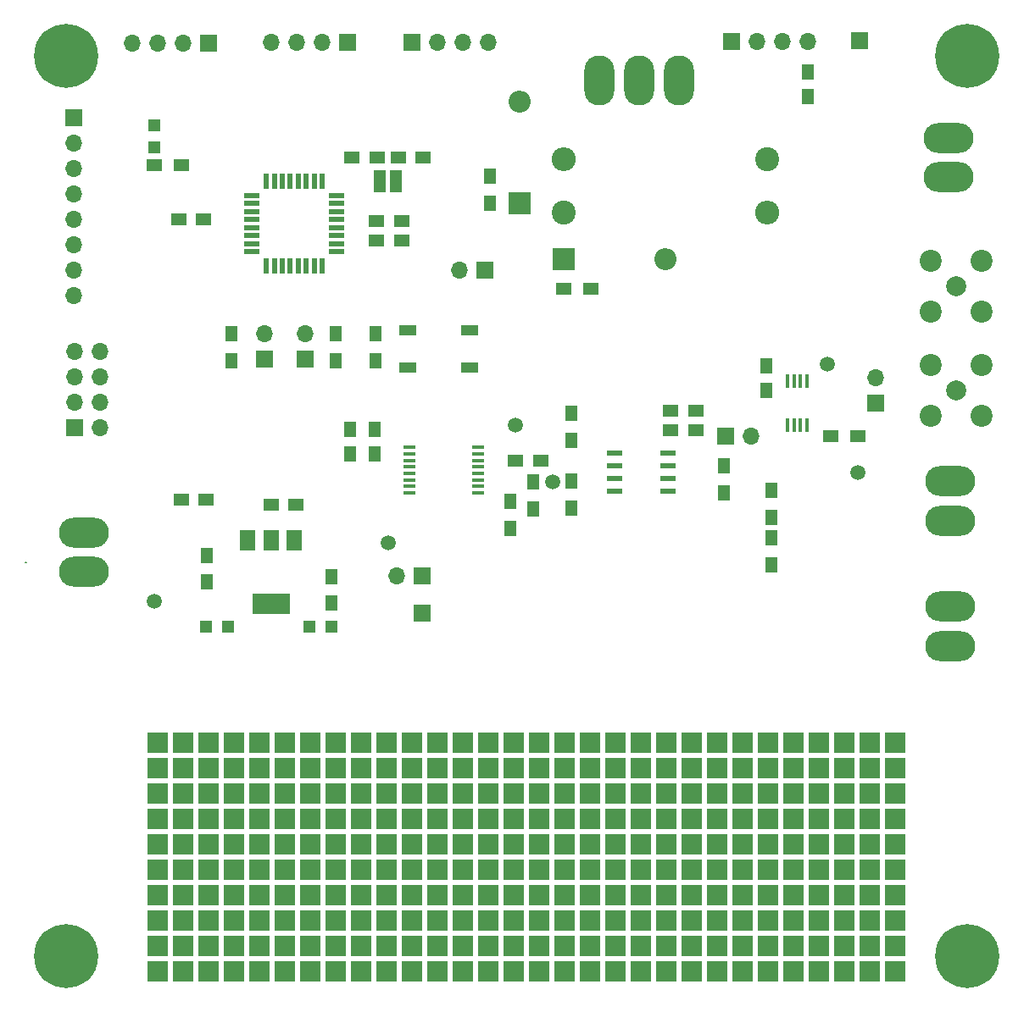
<source format=gbr>
G04 #@! TF.FileFunction,Soldermask,Top*
%FSLAX46Y46*%
G04 Gerber Fmt 4.6, Leading zero omitted, Abs format (unit mm)*
G04 Created by KiCad (PCBNEW 4.0.2-stable) date 04/10/2017 20:42:43*
%MOMM*%
G01*
G04 APERTURE LIST*
%ADD10C,0.100000*%
%ADD11C,0.200000*%
%ADD12R,1.200000X0.400000*%
%ADD13R,1.500000X1.250000*%
%ADD14R,1.250000X1.500000*%
%ADD15R,1.200000X1.200000*%
%ADD16R,1.700000X1.700000*%
%ADD17O,1.700000X1.700000*%
%ADD18R,1.300000X1.500000*%
%ADD19R,1.500000X1.300000*%
%ADD20R,1.800000X1.100000*%
%ADD21R,1.550000X0.600000*%
%ADD22R,0.450000X1.450000*%
%ADD23R,1.600000X0.550000*%
%ADD24R,0.550000X1.600000*%
%ADD25C,1.500000*%
%ADD26O,5.001260X2.999740*%
%ADD27R,3.800000X2.000000*%
%ADD28R,1.500000X2.000000*%
%ADD29O,2.999740X5.001260*%
%ADD30R,2.200000X2.200000*%
%ADD31O,2.200000X2.200000*%
%ADD32C,2.400000*%
%ADD33O,2.400000X2.400000*%
%ADD34R,1.200000X2.300000*%
%ADD35C,2.200000*%
%ADD36C,2.000000*%
%ADD37R,2.000000X2.000000*%
%ADD38C,6.400000*%
%ADD39C,0.800000*%
G04 APERTURE END LIST*
D10*
D11*
X87469980Y-100848160D02*
X87518240Y-100848160D01*
D12*
X132705520Y-93928360D03*
X132705520Y-93278360D03*
X132705520Y-92628360D03*
X132705520Y-91978360D03*
X132705520Y-91328360D03*
X132705520Y-90678360D03*
X132705520Y-90028360D03*
X132705520Y-89378360D03*
X125805520Y-89378360D03*
X125805520Y-90028360D03*
X125805520Y-90678360D03*
X125805520Y-91328360D03*
X125805520Y-91978360D03*
X125805520Y-92628360D03*
X125805520Y-93278360D03*
X125805520Y-93928360D03*
D13*
X136412920Y-90678000D03*
X138912920Y-90678000D03*
X154442480Y-85694520D03*
X151942480Y-85694520D03*
X154442480Y-87619840D03*
X151942480Y-87619840D03*
D14*
X161474150Y-81189510D03*
X161474150Y-83689510D03*
D13*
X124700000Y-60375000D03*
X127200000Y-60375000D03*
X122600000Y-60375000D03*
X120100000Y-60375000D03*
X125049600Y-68707000D03*
X122549600Y-68707000D03*
X122549600Y-66741040D03*
X125049600Y-66741040D03*
X105263000Y-66586100D03*
X102763000Y-66586100D03*
X103032240Y-94630240D03*
X105532240Y-94630240D03*
X114488280Y-95133160D03*
X111988280Y-95133160D03*
D14*
X122377200Y-87533160D03*
X122377200Y-90033160D03*
D15*
X105549520Y-107320080D03*
X107749520Y-107320080D03*
X118061920Y-107309920D03*
X115861920Y-107309920D03*
D16*
X111340900Y-80581500D03*
D17*
X111340900Y-78041500D03*
D16*
X115417600Y-80556100D03*
D17*
X115417600Y-78016100D03*
D16*
X157429200Y-88209120D03*
D17*
X159969200Y-88209120D03*
D16*
X172394880Y-84957920D03*
D17*
X172394880Y-82417920D03*
D16*
X133332220Y-71688960D03*
D17*
X130792220Y-71688960D03*
D16*
X92316300Y-56438800D03*
D17*
X92316300Y-58978800D03*
X92316300Y-61518800D03*
X92316300Y-64058800D03*
X92316300Y-66598800D03*
X92316300Y-69138800D03*
X92316300Y-71678800D03*
X92316300Y-74218800D03*
D16*
X119672100Y-48920400D03*
D17*
X117132100Y-48920400D03*
X114592100Y-48920400D03*
X112052100Y-48920400D03*
D18*
X108041440Y-80740240D03*
X108041440Y-78040240D03*
X161996120Y-93666320D03*
X161996120Y-96366320D03*
X161998660Y-98388180D03*
X161998660Y-101088180D03*
X118430040Y-80719920D03*
X118430040Y-78019920D03*
X142036800Y-95411280D03*
X142036800Y-92711280D03*
X142036800Y-88665040D03*
X142036800Y-85965040D03*
X157261560Y-91233000D03*
X157261560Y-93933000D03*
X138165840Y-95533200D03*
X138165840Y-92833200D03*
X135900160Y-94743280D03*
X135900160Y-97443280D03*
D19*
X170615600Y-88270080D03*
X167915600Y-88270080D03*
D18*
X122461020Y-80727540D03*
X122461020Y-78027540D03*
X105552240Y-100148400D03*
X105552240Y-102848400D03*
X118059200Y-102261680D03*
X118059200Y-104961680D03*
D20*
X131860220Y-77695180D03*
X125660220Y-77695180D03*
X125660220Y-81395180D03*
X131860220Y-81395180D03*
D21*
X146286240Y-89961720D03*
X146286240Y-91231720D03*
X146286240Y-92501720D03*
X146286240Y-93771720D03*
X151686240Y-93771720D03*
X151686240Y-92501720D03*
X151686240Y-91231720D03*
X151686240Y-89961720D03*
D22*
X165527630Y-82723630D03*
X164877630Y-82723630D03*
X164227630Y-82723630D03*
X163577630Y-82723630D03*
X163577630Y-87123630D03*
X164227630Y-87123630D03*
X164877630Y-87123630D03*
X165527630Y-87123630D03*
D23*
X118575400Y-69792500D03*
X118575400Y-68992500D03*
X118575400Y-68192500D03*
X118575400Y-67392500D03*
X118575400Y-66592500D03*
X118575400Y-65792500D03*
X118575400Y-64992500D03*
X118575400Y-64192500D03*
D24*
X117125400Y-62742500D03*
X116325400Y-62742500D03*
X115525400Y-62742500D03*
X114725400Y-62742500D03*
X113925400Y-62742500D03*
X113125400Y-62742500D03*
X112325400Y-62742500D03*
X111525400Y-62742500D03*
D23*
X110075400Y-64192500D03*
X110075400Y-64992500D03*
X110075400Y-65792500D03*
X110075400Y-66592500D03*
X110075400Y-67392500D03*
X110075400Y-68192500D03*
X110075400Y-68992500D03*
X110075400Y-69792500D03*
D24*
X111525400Y-71242500D03*
X112325400Y-71242500D03*
X113125400Y-71242500D03*
X113925400Y-71242500D03*
X114725400Y-71242500D03*
X115525400Y-71242500D03*
X116325400Y-71242500D03*
X117125400Y-71242500D03*
D25*
X167528240Y-81081880D03*
X136408160Y-87111840D03*
X170611800Y-91897200D03*
X140108940Y-92834460D03*
X123733560Y-98877120D03*
D16*
X127099060Y-102260400D03*
D17*
X124559060Y-102260400D03*
D16*
X126095760Y-48920400D03*
D17*
X128635760Y-48920400D03*
X131175760Y-48920400D03*
X133715760Y-48920400D03*
D16*
X170750000Y-48700000D03*
X127109220Y-105918000D03*
X105752900Y-48933100D03*
D17*
X103212900Y-48933100D03*
X100672900Y-48933100D03*
X98132900Y-48933100D03*
D26*
X179825000Y-105268800D03*
X179825000Y-109231200D03*
X179650000Y-58418800D03*
X179650000Y-62381200D03*
X179847240Y-92720160D03*
X179847240Y-96682560D03*
X93325000Y-101831200D03*
X93325000Y-97868800D03*
D14*
X119893080Y-90038240D03*
X119893080Y-87538240D03*
D27*
X111998760Y-104998920D03*
D28*
X111998760Y-98698920D03*
X109698760Y-98698920D03*
X114298760Y-98698920D03*
D25*
X100360480Y-104729280D03*
D29*
X144792700Y-52694840D03*
X148752560Y-52694840D03*
X152712420Y-52694840D03*
D19*
X141243060Y-73502520D03*
X143943060Y-73502520D03*
D18*
X133852920Y-62287160D03*
X133852920Y-64987160D03*
D30*
X141244320Y-70591680D03*
D31*
X151404320Y-70591680D03*
D30*
X136822180Y-64988440D03*
D31*
X136822180Y-54828440D03*
D32*
X141236700Y-65938400D03*
D33*
X161556700Y-65938400D03*
D32*
X161577020Y-60601860D03*
D33*
X141257020Y-60601860D03*
D34*
X124500000Y-62775000D03*
X122900000Y-62775000D03*
D35*
X177860000Y-70710000D03*
X182940000Y-70710000D03*
X182940000Y-75790000D03*
X177860000Y-75790000D03*
D36*
X180400000Y-73250000D03*
D35*
X177885000Y-81160000D03*
X182965000Y-81160000D03*
X182965000Y-86240000D03*
X177885000Y-86240000D03*
D36*
X180425000Y-83700000D03*
D14*
X165625000Y-51825000D03*
X165625000Y-54325000D03*
D16*
X92350000Y-87400000D03*
D17*
X94890000Y-87400000D03*
X92350000Y-84860000D03*
X94890000Y-84860000D03*
X92350000Y-82320000D03*
X94890000Y-82320000D03*
X92350000Y-79780000D03*
X94890000Y-79780000D03*
D16*
X158000000Y-48800000D03*
D17*
X160540000Y-48800000D03*
X163080000Y-48800000D03*
X165620000Y-48800000D03*
D37*
X100660000Y-118870000D03*
X103200000Y-118870000D03*
X105740000Y-118870000D03*
X108280000Y-118870000D03*
X110820000Y-118870000D03*
X113360000Y-118870000D03*
X115900000Y-118870000D03*
X118440000Y-118870000D03*
X120980000Y-118870000D03*
X123520000Y-118870000D03*
X126060000Y-118870000D03*
X128600000Y-118870000D03*
X131140000Y-118870000D03*
X133680000Y-118870000D03*
X136220000Y-118870000D03*
X138760000Y-118870000D03*
X141300000Y-118870000D03*
X143840000Y-118870000D03*
X146380000Y-118870000D03*
X148920000Y-118870000D03*
X151460000Y-118870000D03*
X154000000Y-118870000D03*
X156540000Y-118870000D03*
X159080000Y-118870000D03*
X161620000Y-118870000D03*
X164160000Y-118870000D03*
X166700000Y-118870000D03*
X169240000Y-118870000D03*
X171780000Y-118870000D03*
X174320000Y-118870000D03*
X100660000Y-121410000D03*
X103200000Y-121410000D03*
X105740000Y-121410000D03*
X108280000Y-121410000D03*
X110820000Y-121410000D03*
X113360000Y-121410000D03*
X115900000Y-121410000D03*
X118440000Y-121410000D03*
X120980000Y-121410000D03*
X123520000Y-121410000D03*
X126060000Y-121410000D03*
X128600000Y-121410000D03*
X131140000Y-121410000D03*
X133680000Y-121410000D03*
X136220000Y-121410000D03*
X138760000Y-121410000D03*
X141300000Y-121410000D03*
X143840000Y-121410000D03*
X146380000Y-121410000D03*
X148920000Y-121410000D03*
X151460000Y-121410000D03*
X154000000Y-121410000D03*
X156540000Y-121410000D03*
X159080000Y-121410000D03*
X161620000Y-121410000D03*
X164160000Y-121410000D03*
X166700000Y-121410000D03*
X169240000Y-121410000D03*
X171780000Y-121410000D03*
X174320000Y-121410000D03*
X100660000Y-123950000D03*
X103200000Y-123950000D03*
X105740000Y-123950000D03*
X108280000Y-123950000D03*
X110820000Y-123950000D03*
X113360000Y-123950000D03*
X115900000Y-123950000D03*
X118440000Y-123950000D03*
X120980000Y-123950000D03*
X123520000Y-123950000D03*
X126060000Y-123950000D03*
X128600000Y-123950000D03*
X131140000Y-123950000D03*
X133680000Y-123950000D03*
X136220000Y-123950000D03*
X138760000Y-123950000D03*
X141300000Y-123950000D03*
X143840000Y-123950000D03*
X146380000Y-123950000D03*
X148920000Y-123950000D03*
X151460000Y-123950000D03*
X154000000Y-123950000D03*
X156540000Y-123950000D03*
X159080000Y-123950000D03*
X161620000Y-123950000D03*
X164160000Y-123950000D03*
X166700000Y-123950000D03*
X169240000Y-123950000D03*
X171780000Y-123950000D03*
X174320000Y-123950000D03*
X100660000Y-126490000D03*
X103200000Y-126490000D03*
X105740000Y-126490000D03*
X108280000Y-126490000D03*
X110820000Y-126490000D03*
X113360000Y-126490000D03*
X115900000Y-126490000D03*
X118440000Y-126490000D03*
X120980000Y-126490000D03*
X123520000Y-126490000D03*
X126060000Y-126490000D03*
X128600000Y-126490000D03*
X131140000Y-126490000D03*
X133680000Y-126490000D03*
X136220000Y-126490000D03*
X138760000Y-126490000D03*
X141300000Y-126490000D03*
X143840000Y-126490000D03*
X146380000Y-126490000D03*
X148920000Y-126490000D03*
X151460000Y-126490000D03*
X154000000Y-126490000D03*
X156540000Y-126490000D03*
X159080000Y-126490000D03*
X161620000Y-126490000D03*
X164160000Y-126490000D03*
X166700000Y-126490000D03*
X169240000Y-126490000D03*
X171780000Y-126490000D03*
X174320000Y-126490000D03*
X100660000Y-129030000D03*
X103200000Y-129030000D03*
X105740000Y-129030000D03*
X108280000Y-129030000D03*
X110820000Y-129030000D03*
X113360000Y-129030000D03*
X115900000Y-129030000D03*
X118440000Y-129030000D03*
X120980000Y-129030000D03*
X123520000Y-129030000D03*
X126060000Y-129030000D03*
X128600000Y-129030000D03*
X131140000Y-129030000D03*
X133680000Y-129030000D03*
X136220000Y-129030000D03*
X138760000Y-129030000D03*
X141300000Y-129030000D03*
X143840000Y-129030000D03*
X146380000Y-129030000D03*
X148920000Y-129030000D03*
X151460000Y-129030000D03*
X154000000Y-129030000D03*
X156540000Y-129030000D03*
X159080000Y-129030000D03*
X161620000Y-129030000D03*
X164160000Y-129030000D03*
X166700000Y-129030000D03*
X169240000Y-129030000D03*
X171780000Y-129030000D03*
X174320000Y-129030000D03*
X100660000Y-131570000D03*
X103200000Y-131570000D03*
X105740000Y-131570000D03*
X108280000Y-131570000D03*
X110820000Y-131570000D03*
X113360000Y-131570000D03*
X115900000Y-131570000D03*
X118440000Y-131570000D03*
X120980000Y-131570000D03*
X123520000Y-131570000D03*
X126060000Y-131570000D03*
X128600000Y-131570000D03*
X131140000Y-131570000D03*
X133680000Y-131570000D03*
X136220000Y-131570000D03*
X138760000Y-131570000D03*
X141300000Y-131570000D03*
X143840000Y-131570000D03*
X146380000Y-131570000D03*
X148920000Y-131570000D03*
X151460000Y-131570000D03*
X154000000Y-131570000D03*
X156540000Y-131570000D03*
X159080000Y-131570000D03*
X161620000Y-131570000D03*
X164160000Y-131570000D03*
X166700000Y-131570000D03*
X169240000Y-131570000D03*
X171780000Y-131570000D03*
X174320000Y-131570000D03*
X100660000Y-134110000D03*
X103200000Y-134110000D03*
X105740000Y-134110000D03*
X108280000Y-134110000D03*
X110820000Y-134110000D03*
X113360000Y-134110000D03*
X115900000Y-134110000D03*
X118440000Y-134110000D03*
X120980000Y-134110000D03*
X123520000Y-134110000D03*
X126060000Y-134110000D03*
X128600000Y-134110000D03*
X131140000Y-134110000D03*
X133680000Y-134110000D03*
X136220000Y-134110000D03*
X138760000Y-134110000D03*
X141300000Y-134110000D03*
X143840000Y-134110000D03*
X146380000Y-134110000D03*
X148920000Y-134110000D03*
X151460000Y-134110000D03*
X154000000Y-134110000D03*
X156540000Y-134110000D03*
X159080000Y-134110000D03*
X161620000Y-134110000D03*
X164160000Y-134110000D03*
X166700000Y-134110000D03*
X169240000Y-134110000D03*
X171780000Y-134110000D03*
X174320000Y-134110000D03*
X100660000Y-136650000D03*
X103200000Y-136650000D03*
X105740000Y-136650000D03*
X108280000Y-136650000D03*
X110820000Y-136650000D03*
X113360000Y-136650000D03*
X115900000Y-136650000D03*
X118440000Y-136650000D03*
X120980000Y-136650000D03*
X123520000Y-136650000D03*
X126060000Y-136650000D03*
X128600000Y-136650000D03*
X131140000Y-136650000D03*
X133680000Y-136650000D03*
X136220000Y-136650000D03*
X138760000Y-136650000D03*
X141300000Y-136650000D03*
X143840000Y-136650000D03*
X146380000Y-136650000D03*
X148920000Y-136650000D03*
X151460000Y-136650000D03*
X154000000Y-136650000D03*
X156540000Y-136650000D03*
X159080000Y-136650000D03*
X161620000Y-136650000D03*
X164160000Y-136650000D03*
X166700000Y-136650000D03*
X169240000Y-136650000D03*
X171780000Y-136650000D03*
X174320000Y-136650000D03*
X100660000Y-139190000D03*
X103200000Y-139190000D03*
X105740000Y-139190000D03*
X108280000Y-139190000D03*
X110820000Y-139190000D03*
X113360000Y-139190000D03*
X115900000Y-139190000D03*
X118440000Y-139190000D03*
X120980000Y-139190000D03*
X123520000Y-139190000D03*
X126060000Y-139190000D03*
X128600000Y-139190000D03*
X131140000Y-139190000D03*
X133680000Y-139190000D03*
X136220000Y-139190000D03*
X138760000Y-139190000D03*
X141300000Y-139190000D03*
X143840000Y-139190000D03*
X146380000Y-139190000D03*
X148920000Y-139190000D03*
X151460000Y-139190000D03*
X154000000Y-139190000D03*
X156540000Y-139190000D03*
X159080000Y-139190000D03*
X161620000Y-139190000D03*
X164160000Y-139190000D03*
X166700000Y-139190000D03*
X169240000Y-139190000D03*
X171780000Y-139190000D03*
X174320000Y-139190000D03*
X100660000Y-141730000D03*
X103200000Y-141730000D03*
X105740000Y-141730000D03*
X108280000Y-141730000D03*
X110820000Y-141730000D03*
X113360000Y-141730000D03*
X115900000Y-141730000D03*
X118440000Y-141730000D03*
X120980000Y-141730000D03*
X123520000Y-141730000D03*
X126060000Y-141730000D03*
X128600000Y-141730000D03*
X131140000Y-141730000D03*
X133680000Y-141730000D03*
X136220000Y-141730000D03*
X138760000Y-141730000D03*
X141300000Y-141730000D03*
X143840000Y-141730000D03*
X146380000Y-141730000D03*
X148920000Y-141730000D03*
X151460000Y-141730000D03*
X154000000Y-141730000D03*
X156540000Y-141730000D03*
X159080000Y-141730000D03*
X161620000Y-141730000D03*
X164160000Y-141730000D03*
X166700000Y-141730000D03*
X169240000Y-141730000D03*
X171780000Y-141730000D03*
X174320000Y-141730000D03*
D38*
X91563200Y-50212000D03*
D39*
X93963200Y-50212000D03*
X93260256Y-51909056D03*
X91563200Y-52612000D03*
X89866144Y-51909056D03*
X89163200Y-50212000D03*
X89866144Y-48514944D03*
X91563200Y-47812000D03*
X93260256Y-48514944D03*
D38*
X181563200Y-50212000D03*
D39*
X183963200Y-50212000D03*
X183260256Y-51909056D03*
X181563200Y-52612000D03*
X179866144Y-51909056D03*
X179163200Y-50212000D03*
X179866144Y-48514944D03*
X181563200Y-47812000D03*
X183260256Y-48514944D03*
D38*
X91563200Y-140212000D03*
D39*
X93963200Y-140212000D03*
X93260256Y-141909056D03*
X91563200Y-142612000D03*
X89866144Y-141909056D03*
X89163200Y-140212000D03*
X89866144Y-138514944D03*
X91563200Y-137812000D03*
X93260256Y-138514944D03*
D38*
X181563200Y-140212000D03*
D39*
X183963200Y-140212000D03*
X183260256Y-141909056D03*
X181563200Y-142612000D03*
X179866144Y-141909056D03*
X179163200Y-140212000D03*
X179866144Y-138514944D03*
X181563200Y-137812000D03*
X183260256Y-138514944D03*
D15*
X100310000Y-59350000D03*
X100310000Y-57150000D03*
D19*
X100320000Y-61190000D03*
X103020000Y-61190000D03*
M02*

</source>
